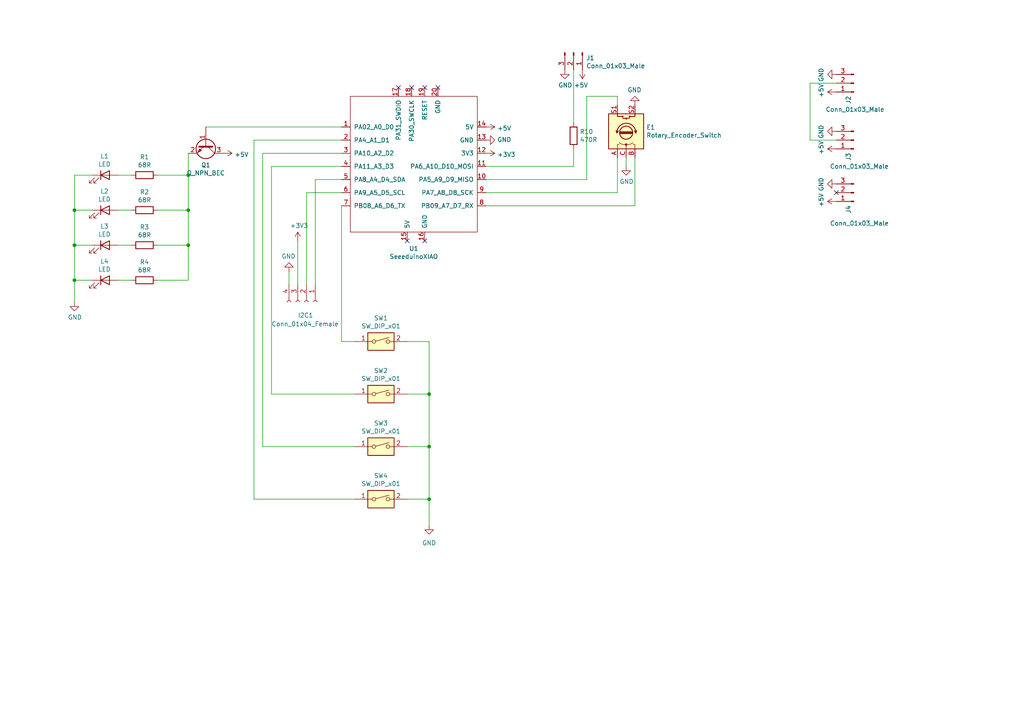
<source format=kicad_sch>
(kicad_sch (version 20211123) (generator eeschema)
  (paper "A4")
  (title_block (title "ANAVI Arrows") (company "ANAVI Technology"))
  (lib_symbols
    (symbol "Connector:Conn_01x03_Male" (pin_names (offset 1.016) hide)
      (property "Reference" "J" (at 0 5.08 0))
      (property "Value" "Conn_01x03_Male" (at 0 -5.08 0))
      (symbol "Conn_01x03_Male_1_1"
        (polyline (pts (xy 1.27 -2.54) (xy 0.8636 -2.54)) (stroke (width 0.1524)))
        (polyline (pts (xy 1.27 0) (xy 0.8636 0)) (stroke (width 0.1524)))
        (polyline (pts (xy 1.27 2.54) (xy 0.8636 2.54)) (stroke (width 0.1524)))
        (rectangle (start 0.8636 -2.413) (end 0 -2.667) (stroke (width 0.1524)) (fill (type outline)))
        (rectangle (start 0.8636 0.127) (end 0 -0.127) (stroke (width 0.1524)) (fill (type outline)))
        (rectangle (start 0.8636 2.667) (end 0 2.413) (stroke (width 0.1524)) (fill (type outline)))
        (pin passive line (at 5.08 2.54 180) (length 3.81) (name "Pin_1") (number "1"))
        (pin passive line (at 5.08 0 180) (length 3.81) (name "Pin_2") (number "2"))
        (pin passive line (at 5.08 -2.54 180) (length 3.81) (name "Pin_3") (number "3"))
      )
    )
    (symbol "Connector:Conn_01x04_Female" (pin_names (offset 1.016) hide)
      (property "Reference" "J" (at 0 5.08 0))
      (property "Value" "Conn_01x04_Female" (at 0 -7.62 0))
      (symbol "Conn_01x04_Female_1_1"
        (arc (start 0 -4.572) (mid -0.508 -5.08) (end 0 -5.588) (stroke (width 0.1524)))
        (arc (start 0 -2.032) (mid -0.508 -2.54) (end 0 -3.048) (stroke (width 0.1524)))
        (polyline (pts (xy -1.27 -5.08) (xy -0.508 -5.08)) (stroke (width 0.1524)))
        (polyline (pts (xy -1.27 -2.54) (xy -0.508 -2.54)) (stroke (width 0.1524)))
        (polyline (pts (xy -1.27 0) (xy -0.508 0)) (stroke (width 0.1524)))
        (polyline (pts (xy -1.27 2.54) (xy -0.508 2.54)) (stroke (width 0.1524)))
        (arc (start 0 0.508) (mid -0.508 0) (end 0 -0.508) (stroke (width 0.1524)))
        (arc (start 0 3.048) (mid -0.508 2.54) (end 0 2.032) (stroke (width 0.1524)))
        (pin passive line (at -5.08 2.54 0) (length 3.81) (name "Pin_1") (number "1"))
        (pin passive line (at -5.08 0 0) (length 3.81) (name "Pin_2") (number "2"))
        (pin passive line (at -5.08 -2.54 0) (length 3.81) (name "Pin_3") (number "3"))
        (pin passive line (at -5.08 -5.08 0) (length 3.81) (name "Pin_4") (number "4"))
      )
    )
    (symbol "Device:LED" (pin_numbers hide) (pin_names (offset 1.016) hide)
      (property "Reference" "D" (at 0 2.54 0))
      (property "Value" "LED" (at 0 -2.54 0))
      (symbol "LED_0_1"
        (polyline (pts (xy -1.27 -1.27) (xy -1.27 1.27)) (stroke (width 0.254)))
        (polyline (pts (xy -1.27 0) (xy 1.27 0)))
        (polyline (pts (xy 1.27 -1.27) (xy 1.27 1.27) (xy -1.27 0) (xy 1.27 -1.27)) (stroke (width 0.254)))
        (polyline (pts (xy -3.048 -0.762) (xy -4.572 -2.286) (xy -3.81 -2.286) (xy -4.572 -2.286) (xy -4.572 -1.524)))
        (polyline (pts (xy -1.778 -0.762) (xy -3.302 -2.286) (xy -2.54 -2.286) (xy -3.302 -2.286) (xy -3.302 -1.524)))
      )
      (symbol "LED_1_1"
        (pin passive line (at -3.81 0 0) (length 2.54) (name "K") (number "1"))
        (pin passive line (at 3.81 0 180) (length 2.54) (name "A") (number "2"))
      )
    )
    (symbol "Device:Q_NPN_BEC" (pin_names (offset 0) hide)
      (property "Reference" "Q" (at 5.08 1.27 0))
      (property "Value" "Q_NPN_BEC" (at 5.08 -1.27 0))
      (symbol "Q_NPN_BEC_0_1"
        (polyline (pts (xy 0.635 0.635) (xy 2.54 2.54)))
        (polyline (pts (xy 0.635 -0.635) (xy 2.54 -2.54) (xy 2.54 -2.54)))
        (polyline (pts (xy 0.635 1.905) (xy 0.635 -1.905) (xy 0.635 -1.905)) (stroke (width 0.508)))
        (polyline (pts (xy 1.27 -1.778) (xy 1.778 -1.27) (xy 2.286 -2.286) (xy 1.27 -1.778) (xy 1.27 -1.778)) (fill (type outline)))
        (circle (center 1.27 0) (radius 2.8194) (stroke (width 0.254)))
      )
      (symbol "Q_NPN_BEC_1_1"
        (pin input line (at -5.08 0 0) (length 5.715) (name "B") (number "1"))
        (pin passive line (at 2.54 -5.08 90) (length 2.54) (name "E") (number "2"))
        (pin passive line (at 2.54 5.08 270) (length 2.54) (name "C") (number "3"))
      )
    )
    (symbol "Device:R" (pin_numbers hide) (pin_names (offset 0))
      (property "Reference" "R" (at 2.032 0 90))
      (property "Value" "R" (at 0 0 90))
      (symbol "R_0_1"
        (rectangle (start -1.016 -2.54) (end 1.016 2.54) (stroke (width 0.254)))
      )
      (symbol "R_1_1"
        (pin passive line (at 0 3.81 270) (length 1.27) (name "~") (number "1"))
        (pin passive line (at 0 -3.81 90) (length 1.27) (name "~") (number "2"))
      )
    )
    (symbol "Device:Rotary_Encoder_Switch" (pin_names (offset 0.254) hide)
      (property "Reference" "SW" (at 0 6.604 0))
      (property "Value" "Device_Rotary_Encoder_Switch" (at 0 -6.604 0))
      (symbol "Rotary_Encoder_Switch_0_1"
        (rectangle (start -5.08 5.08) (end 5.08 -5.08) (stroke (width 0.254)) (fill (type background)))
        (circle (center -3.81 0) (radius 0.254) (fill (type outline)))
        (arc (start -0.381 -2.794) (mid 2.3622 -0.0635) (end -0.381 2.667) (stroke (width 0.254)))
        (circle (center -0.381 0) (radius 1.905) (stroke (width 0.254)))
        (polyline (pts (xy -0.635 -1.778) (xy -0.635 1.778)) (stroke (width 0.254)))
        (polyline (pts (xy -0.381 -1.778) (xy -0.381 1.778)) (stroke (width 0.254)))
        (polyline (pts (xy -0.127 1.778) (xy -0.127 -1.778)) (stroke (width 0.254)))
        (polyline (pts (xy 3.81 0) (xy 3.429 0)) (stroke (width 0.254)))
        (polyline (pts (xy 3.81 1.016) (xy 3.81 -1.016)) (stroke (width 0.254)))
        (polyline (pts (xy -5.08 -2.54) (xy -3.81 -2.54) (xy -3.81 -2.032)))
        (polyline (pts (xy -5.08 2.54) (xy -3.81 2.54) (xy -3.81 2.032)))
        (polyline (pts (xy 0.254 -3.048) (xy -0.508 -2.794) (xy 0.127 -2.413)) (stroke (width 0.254)))
        (polyline (pts (xy 0.254 2.921) (xy -0.508 2.667) (xy 0.127 2.286)) (stroke (width 0.254)))
        (polyline (pts (xy 5.08 -2.54) (xy 4.318 -2.54) (xy 4.318 -1.016)) (stroke (width 0.254)))
        (polyline (pts (xy 5.08 2.54) (xy 4.318 2.54) (xy 4.318 1.016)) (stroke (width 0.254)))
        (polyline (pts (xy -5.08 0) (xy -3.81 0) (xy -3.81 -1.016) (xy -3.302 -2.032)))
        (polyline (pts (xy -4.318 0) (xy -3.81 0) (xy -3.81 1.016) (xy -3.302 2.032)))
        (circle (center 4.318 -1.016) (radius 0.127) (stroke (width 0.254)))
        (circle (center 4.318 1.016) (radius 0.127) (stroke (width 0.254)))
      )
      (symbol "Rotary_Encoder_Switch_1_1"
        (pin passive line (at -7.62 2.54 0) (length 2.54) (name "A") (number "A"))
        (pin passive line (at -7.62 -2.54 0) (length 2.54) (name "B") (number "B"))
        (pin passive line (at -7.62 0 0) (length 2.54) (name "C") (number "C"))
        (pin passive line (at 7.62 2.54 180) (length 2.54) (name "S1") (number "S1"))
        (pin passive line (at 7.62 -2.54 180) (length 2.54) (name "S2") (number "S2"))
      )
    )
    (symbol "Seeeduino_XIAO:SeeeduinoXIAO" (pin_names (offset 1.016))
      (property "Reference" "U" (at -19.05 22.86 0))
      (property "Value" "SeeeduinoXIAO" (at -12.7 21.59 0))
      (symbol "SeeeduinoXIAO_0_1"
        (rectangle (start -19.05 20.32) (end 17.78 -19.05))
      )
      (symbol "SeeeduinoXIAO_1_1"
        (pin unspecified line (at -21.59 11.43 0) (length 2.54) (name "PA02_A0_D0") (number "1"))
        (pin unspecified line (at 20.32 -3.81 180) (length 2.54) (name "PA5_A9_D9_MISO") (number "10"))
        (pin unspecified line (at 20.32 0 180) (length 2.54) (name "PA6_A10_D10_MOSI") (number "11"))
        (pin unspecified line (at 20.32 3.81 180) (length 2.54) (name "3V3") (number "12"))
        (pin unspecified line (at 20.32 7.62 180) (length 2.54) (name "GND") (number "13"))
        (pin unspecified line (at 20.32 11.43 180) (length 2.54) (name "5V") (number "14"))
        (pin input line (at -2.54 -21.59 90) (length 2.54) (name "5V") (number "15"))
        (pin input line (at 2.54 -21.59 90) (length 2.54) (name "GND") (number "16"))
        (pin input line (at -5.08 22.86 270) (length 2.54) (name "PA31_SWDIO") (number "17"))
        (pin input line (at -1.27 22.86 270) (length 2.54) (name "PA30_SWCLK") (number "18"))
        (pin input line (at 2.54 22.86 270) (length 2.54) (name "RESET") (number "19"))
        (pin unspecified line (at -21.59 7.62 0) (length 2.54) (name "PA4_A1_D1") (number "2"))
        (pin input line (at 6.35 22.86 270) (length 2.54) (name "GND") (number "20"))
        (pin unspecified line (at -21.59 3.81 0) (length 2.54) (name "PA10_A2_D2") (number "3"))
        (pin unspecified line (at -21.59 0 0) (length 2.54) (name "PA11_A3_D3") (number "4"))
        (pin unspecified line (at -21.59 -3.81 0) (length 2.54) (name "PA8_A4_D4_SDA") (number "5"))
        (pin unspecified line (at -21.59 -7.62 0) (length 2.54) (name "PA9_A5_D5_SCL") (number "6"))
        (pin unspecified line (at -21.59 -11.43 0) (length 2.54) (name "PB08_A6_D6_TX") (number "7"))
        (pin unspecified line (at 20.32 -11.43 180) (length 2.54) (name "PB09_A7_D7_RX") (number "8"))
        (pin unspecified line (at 20.32 -7.62 180) (length 2.54) (name "PA7_A8_D8_SCK") (number "9"))
      )
    )
    (symbol "Switch:SW_DIP_x01" (pin_names (offset 0) hide)
      (property "Reference" "SW" (at 0 3.81 0))
      (property "Value" "SW_DIP_x01" (at 0 -3.81 0))
      (symbol "SW_DIP_x01_0_0"
        (circle (center -2.032 0) (radius 0.508))
        (polyline (pts (xy -1.524 0.127) (xy 2.3622 1.1684)))
        (circle (center 2.032 0) (radius 0.508))
      )
      (symbol "SW_DIP_x01_0_1"
        (rectangle (start -3.81 2.54) (end 3.81 -2.54) (stroke (width 0.254)) (fill (type background)))
      )
      (symbol "SW_DIP_x01_1_1"
        (pin passive line (at -7.62 0 0) (length 5.08) (name "~") (number "1"))
        (pin passive line (at 7.62 0 180) (length 5.08) (name "~") (number "2"))
      )
    )
    (symbol "power:+3.3V" (power) (pin_names (offset 0))
      (property "Value" "+3.3V" (at 0 3.556 0))
      (symbol "+3.3V_0_1"
        (polyline (pts (xy -0.762 1.27) (xy 0 2.54)))
        (polyline (pts (xy 0 0) (xy 0 2.54)))
        (polyline (pts (xy 0 2.54) (xy 0.762 1.27)))
      )
      (symbol "+3.3V_1_1"
        (pin power_in line (at 0 0 90) (length 0) hide (name "+3V3") (number "1"))
      )
    )
    (symbol "power:+5V" (power) (pin_names (offset 0))
      (property "Value" "+5V" (at 0 3.556 0))
      (symbol "+5V_0_1"
        (polyline (pts (xy -0.762 1.27) (xy 0 2.54)))
        (polyline (pts (xy 0 0) (xy 0 2.54)))
        (polyline (pts (xy 0 2.54) (xy 0.762 1.27)))
      )
      (symbol "+5V_1_1"
        (pin power_in line (at 0 0 90) (length 0) hide (name "+5V") (number "1"))
      )
    )
    (symbol "power:GND" (power) (pin_names (offset 0))
      (property "Value" "GND" (at 0 -3.81 0))
      (symbol "GND_0_1"
        (polyline (pts (xy 0 0) (xy 0 -1.27) (xy 1.27 -1.27) (xy 0 -2.54) (xy -1.27 -1.27) (xy 0 -1.27)))
      )
      (symbol "GND_1_1"
        (pin power_in line (at 0 0 270) (length 0) hide (name "GND") (number "1"))
      )
    )
  )
  (junction (at 124.46 114.3))
  (junction (at 54.61 60.96))
  (junction (at 124.46 144.78))
  (junction (at 54.61 50.8))
  (junction (at 54.61 71.12))
  (junction (at 124.46 129.54))
  (junction (at 21.59 81.28))
  (junction (at 21.59 60.96))
  (junction (at 21.59 71.12))
  (no_connect (at 118.11 69.85))
  (no_connect (at 123.19 25.4))
  (no_connect (at 119.38 25.4))
  (no_connect (at 115.57 25.4))
  (no_connect (at 242.57 55.88))
  (no_connect (at 123.19 69.85))
  (no_connect (at 127 25.4))
  (wire (pts (xy 124.46 114.3) (xy 124.46 129.54)))
  (wire (pts (xy 73.66 40.64) (xy 73.66 144.78)))
  (wire (pts (xy 99.06 48.26) (xy 78.74 48.26)))
  (wire (pts (xy 124.46 144.78) (xy 124.46 152.4)))
  (wire (pts (xy 234.95 40.64) (xy 242.57 40.64)))
  (wire (pts (xy 99.06 59.69) (xy 99.06 99.06)))
  (wire (pts (xy 45.72 50.8) (xy 54.61 50.8)))
  (wire (pts (xy 179.07 55.88) (xy 179.07 45.72)))
  (wire (pts (xy 45.72 71.12) (xy 54.61 71.12)))
  (wire (pts (xy 26.67 60.96) (xy 21.59 60.96)))
  (wire (pts (xy 118.11 129.54) (xy 124.46 129.54)))
  (wire (pts (xy 45.72 81.28) (xy 54.61 81.28)))
  (wire (pts (xy 124.46 99.06) (xy 124.46 114.3)))
  (wire (pts (xy 21.59 50.8) (xy 21.59 60.96)))
  (wire (pts (xy 76.2 44.45) (xy 76.2 129.54)))
  (wire (pts (xy 91.44 52.07) (xy 99.06 52.07)))
  (wire (pts (xy 78.74 48.26) (xy 78.74 114.3)))
  (wire (pts (xy 78.74 114.3) (xy 102.87 114.3)))
  (wire (pts (xy 45.72 60.96) (xy 54.61 60.96)))
  (wire (pts (xy 99.06 44.45) (xy 76.2 44.45)))
  (wire (pts (xy 76.2 129.54) (xy 102.87 129.54)))
  (wire (pts (xy 91.44 52.07) (xy 91.44 82.55)))
  (wire (pts (xy 234.95 24.13) (xy 234.95 40.64)))
  (wire (pts (xy 118.11 99.06) (xy 124.46 99.06)))
  (wire (pts (xy 124.46 129.54) (xy 124.46 144.78)))
  (wire (pts (xy 99.06 40.64) (xy 73.66 40.64)))
  (wire (pts (xy 140.97 48.26) (xy 166.37 48.26)))
  (wire (pts (xy 86.36 82.55) (xy 86.36 69.85)))
  (wire (pts (xy 166.37 20.32) (xy 166.37 35.56)))
  (wire (pts (xy 181.61 45.72) (xy 181.61 48.26)))
  (wire (pts (xy 21.59 71.12) (xy 21.59 81.28)))
  (wire (pts (xy 170.18 27.94) (xy 179.07 27.94)))
  (wire (pts (xy 140.97 52.07) (xy 170.18 52.07)))
  (wire (pts (xy 166.37 48.26) (xy 166.37 43.18)))
  (wire (pts (xy 118.11 114.3) (xy 124.46 114.3)))
  (wire (pts (xy 88.9 55.88) (xy 99.06 55.88)))
  (wire (pts (xy 54.61 71.12) (xy 54.61 81.28)))
  (wire (pts (xy 54.61 50.8) (xy 54.61 60.96)))
  (wire (pts (xy 83.82 82.55) (xy 83.82 78.74)))
  (wire (pts (xy 242.57 24.13) (xy 234.95 24.13)))
  (wire (pts (xy 140.97 55.88) (xy 179.07 55.88)))
  (wire (pts (xy 179.07 27.94) (xy 179.07 30.48)))
  (wire (pts (xy 88.9 55.88) (xy 88.9 82.55)))
  (wire (pts (xy 99.06 99.06) (xy 102.87 99.06)))
  (wire (pts (xy 34.29 81.28) (xy 38.1 81.28)))
  (wire (pts (xy 99.06 36.83) (xy 59.69 36.83)))
  (wire (pts (xy 21.59 60.96) (xy 21.59 71.12)))
  (wire (pts (xy 184.15 59.69) (xy 184.15 45.72)))
  (wire (pts (xy 73.66 144.78) (xy 102.87 144.78)))
  (wire (pts (xy 34.29 50.8) (xy 38.1 50.8)))
  (wire (pts (xy 26.67 71.12) (xy 21.59 71.12)))
  (wire (pts (xy 118.11 144.78) (xy 124.46 144.78)))
  (wire (pts (xy 170.18 52.07) (xy 170.18 27.94)))
  (wire (pts (xy 54.61 44.45) (xy 54.61 50.8)))
  (wire (pts (xy 26.67 81.28) (xy 21.59 81.28)))
  (wire (pts (xy 38.1 71.12) (xy 34.29 71.12)))
  (wire (pts (xy 26.67 50.8) (xy 21.59 50.8)))
  (wire (pts (xy 34.29 60.96) (xy 38.1 60.96)))
  (wire (pts (xy 54.61 60.96) (xy 54.61 71.12)))
  (wire (pts (xy 21.59 81.28) (xy 21.59 87.63)))
  (wire (pts (xy 140.97 59.69) (xy 184.15 59.69)))
  (symbol (lib_id "Seeeduino_XIAO:SeeeduinoXIAO") (at 120.65 48.26 0) (unit 1)
    (property "Reference" "U1" (at 120.015 72.1106 0))
    (property "Value" "SeeeduinoXIAO" (at 120.015 74.422 0))
    (property "Footprint" "xiao:Seeeduino XIAO-MOUDLE14P-2.54-21X17.8MM" (effects hide))
  )
  (symbol (lib_id "Device:Rotary_Encoder_Switch") (at 181.61 38.1 90) (unit 1)
    (property "Reference" "E1" (at 187.452 36.9316 90) (effects (justify right)))
    (property "Value" "Rotary_Encoder_Switch" (at 187.452 39.243 90) (effects (justify right)))
    (property "Footprint" "Rotary_Encoder:RotaryEncoder_Alps_EC11E-Switch_Vertical_H20mm" (effects hide))
  )
  (symbol (lib_id "power:GND") (at 140.97 40.64 90) (unit 1)
    (property "Reference" "#PWR0103" (effects hide))
    (property "Value" "GND" (at 144.2212 40.513 90) (effects (justify right)))
  )
  (symbol (lib_id "power:+3.3V") (at 140.97 44.45 270) (unit 1)
    (property "Reference" "#PWR0104" (effects hide))
    (property "Value" "+3.3V" (at 144.2212 44.831 90) (effects (justify left)))
  )
  (symbol (lib_id "power:GND") (at 184.15 30.48 180) (unit 1)
    (property "Reference" "#PWR0105" (effects hide))
    (property "Value" "GND" (at 184.023 26.0858 0))
  )
  (symbol (lib_id "power:GND") (at 181.61 48.26 0) (unit 1)
    (property "Reference" "#PWR0108" (effects hide))
    (property "Value" "GND" (at 181.737 52.6542 0))
  )
  (symbol (lib_id "Switch:SW_DIP_x01") (at 110.49 99.06 0) (unit 1)
    (property "Reference" "SW1" (at 110.49 92.2782 0))
    (property "Value" "SW_DIP_x01" (at 110.49 94.5896 0))
    (property "Footprint" "keyswitches:Kailh_socket_MX" (effects hide))
  )
  (symbol (lib_id "Switch:SW_DIP_x01") (at 110.49 114.3 0) (unit 1)
    (property "Reference" "SW2" (at 110.49 107.5182 0))
    (property "Value" "SW_DIP_x01" (at 110.49 109.8296 0))
    (property "Footprint" "keyswitches:Kailh_socket_MX" (effects hide))
  )
  (symbol (lib_id "Switch:SW_DIP_x01") (at 110.49 129.54 0) (unit 1)
    (property "Reference" "SW3" (at 110.49 122.7582 0))
    (property "Value" "SW_DIP_x01" (at 110.49 125.0696 0))
    (property "Footprint" "keyswitches:Kailh_socket_MX" (effects hide))
  )
  (symbol (lib_id "Switch:SW_DIP_x01") (at 110.49 144.78 0) (unit 1)
    (property "Reference" "SW4" (at 110.49 137.9982 0))
    (property "Value" "SW_DIP_x01" (at 110.49 140.3096 0))
    (property "Footprint" "keyswitches:Kailh_socket_MX" (effects hide))
  )
  (symbol (lib_id "Connector:Conn_01x03_Male") (at 166.37 15.24 270) (unit 1)
    (property "Reference" "J1" (at 170.0276 16.8148 90) (effects (justify left)))
    (property "Value" "Conn_01x03_Male" (at 170.0276 19.1262 90) (effects (justify left)))
    (property "Footprint" "led:LedConnector_1x03_P2.54mm" (effects hide))
  )
  (symbol (lib_id "Connector:Conn_01x03_Male") (at 247.65 40.64 180) (unit 1)
    (property "Reference" "J3" (at 246.0752 44.2976 90) (effects (justify left)))
    (property "Value" "Conn_01x03_Male" (at 257.81 48.26 0) (effects (justify left)))
    (property "Footprint" "led:LedConnector_1x03_P2.54mm" (effects hide))
  )
  (symbol (lib_id "Device:Q_NPN_BEC") (at 59.69 41.91 270) (unit 1)
    (property "Reference" "Q1" (at 59.69 47.879 90))
    (property "Value" "Q_NPN_BEC" (at 59.69 50.1904 90))
    (property "Footprint" "Package_TO_SOT_SMD:SOT-23" (effects hide))
  )
  (symbol (lib_id "power:+5V") (at 140.97 36.83 270) (unit 1)
    (property "Reference" "#PWR0101" (effects hide))
    (property "Value" "+5V" (at 144.2212 37.211 90) (effects (justify left)))
  )
  (symbol (lib_id "power:+5V") (at 64.77 44.45 270) (unit 1)
    (property "Reference" "#PWR0102" (effects hide))
    (property "Value" "+5V" (at 68.0212 44.831 90) (effects (justify left)))
  )
  (symbol (lib_id "power:GND") (at 242.57 38.1 270) (unit 1)
    (property "Reference" "#PWR0112" (effects hide))
    (property "Value" "GND" (at 238.1758 38.227 0))
  )
  (symbol (lib_id "power:+5V") (at 242.57 43.18 90) (unit 1)
    (property "Reference" "#PWR0113" (effects hide))
    (property "Value" "+5V" (at 238.1758 42.799 0))
  )
  (symbol (lib_id "Device:R") (at 41.91 50.8 270) (unit 1)
    (property "Reference" "R1" (at 41.91 45.5422 90))
    (property "Value" "68R" (at 41.91 47.8536 90))
    (property "Footprint" "Resistor_SMD:R_0603_1608Metric_Pad0.98x0.95mm_HandSolder" (effects hide))
  )
  (symbol (lib_id "Device:LED") (at 30.48 50.8 0) (unit 1)
    (property "Reference" "L1" (at 30.3022 45.3136 0))
    (property "Value" "LED" (at 30.3022 47.625 0))
    (property "Footprint" "LED_SMD:LED_1206_3216Metric" (effects hide))
  )
  (symbol (lib_id "Device:R") (at 41.91 60.96 270) (unit 1)
    (property "Reference" "R2" (at 41.91 55.7022 90))
    (property "Value" "68R" (at 41.91 58.0136 90))
    (property "Footprint" "Resistor_SMD:R_0603_1608Metric_Pad0.98x0.95mm_HandSolder" (effects hide))
  )
  (symbol (lib_id "Device:LED") (at 30.48 60.96 0) (unit 1)
    (property "Reference" "L2" (at 30.3022 55.4736 0))
    (property "Value" "LED" (at 30.3022 57.785 0))
    (property "Footprint" "LED_SMD:LED_1206_3216Metric" (effects hide))
  )
  (symbol (lib_id "Device:R") (at 41.91 71.12 270) (unit 1)
    (property "Reference" "R3" (at 41.91 65.8622 90))
    (property "Value" "68R" (at 41.91 68.1736 90))
    (property "Footprint" "Resistor_SMD:R_0603_1608Metric_Pad0.98x0.95mm_HandSolder" (effects hide))
  )
  (symbol (lib_id "Device:LED") (at 30.48 71.12 0) (unit 1)
    (property "Reference" "L3" (at 30.3022 65.6336 0))
    (property "Value" "LED" (at 30.3022 67.945 0))
    (property "Footprint" "LED_SMD:LED_1206_3216Metric" (effects hide))
  )
  (symbol (lib_id "Connector:Conn_01x03_Male") (at 247.65 55.88 180) (unit 1)
    (property "Reference" "J4" (at 246.0752 59.5376 90) (effects (justify left)))
    (property "Value" "Conn_01x03_Male" (at 257.81 64.77 0) (effects (justify left)))
    (property "Footprint" "led:LedConnector_1x03_P2.54mm" (effects hide))
  )
  (symbol (lib_id "power:GND") (at 242.57 53.34 270) (unit 1)
    (property "Reference" "#PWR0114" (effects hide))
    (property "Value" "GND" (at 238.1758 53.467 0))
  )
  (symbol (lib_id "power:+5V") (at 242.57 58.42 90) (unit 1)
    (property "Reference" "#PWR0115" (effects hide))
    (property "Value" "+5V" (at 238.1758 58.039 0))
  )
  (symbol (lib_id "Device:R") (at 41.91 81.28 270) (unit 1)
    (property "Reference" "R4" (at 41.91 76.0222 90))
    (property "Value" "68R" (at 41.91 78.3336 90))
    (property "Footprint" "Resistor_SMD:R_0603_1608Metric_Pad0.98x0.95mm_HandSolder" (effects hide))
  )
  (symbol (lib_id "Device:LED") (at 30.48 81.28 0) (unit 1)
    (property "Reference" "L4" (at 30.3022 75.7936 0))
    (property "Value" "LED" (at 30.3022 78.105 0))
    (property "Footprint" "LED_SMD:LED_1206_3216Metric" (effects hide))
  )
  (symbol (lib_id "power:GND") (at 21.59 87.63 0) (unit 1)
    (property "Reference" "#PWR0106" (effects hide))
    (property "Value" "GND" (at 21.717 92.0242 0))
  )
  (symbol (lib_id "power:GND") (at 163.83 20.32 0) (unit 1)
    (property "Reference" "#PWR0107" (effects hide))
    (property "Value" "GND" (at 163.957 24.7142 0))
  )
  (symbol (lib_id "power:+5V") (at 168.91 20.32 180) (unit 1)
    (property "Reference" "#PWR0109" (effects hide))
    (property "Value" "+5V" (at 168.529 24.7142 0))
  )
  (symbol (lib_id "Device:R") (at 166.37 39.37 0) (unit 1)
    (property "Reference" "R10" (at 168.148 38.2016 0) (effects (justify left)))
    (property "Value" "470R" (at 168.148 40.513 0) (effects (justify left)))
    (property "Footprint" "Resistor_SMD:R_0603_1608Metric_Pad0.98x0.95mm_HandSolder" (effects hide))
  )
  (symbol (lib_id "Connector:Conn_01x03_Male") (at 247.65 24.13 180) (unit 1)
    (property "Reference" "J2" (at 246.0752 27.7876 90) (effects (justify left)))
    (property "Value" "Conn_01x03_Male" (at 256.54 31.75 0) (effects (justify left)))
    (property "Footprint" "led:LedConnector_1x03_P2.54mm" (effects hide))
  )
  (symbol (lib_id "power:GND") (at 242.57 21.59 270) (unit 1)
    (property "Reference" "#PWR0110" (effects hide))
    (property "Value" "GND" (at 238.1758 21.717 0))
  )
  (symbol (lib_id "power:+5V") (at 242.57 26.67 90) (unit 1)
    (property "Reference" "#PWR0111" (effects hide))
    (property "Value" "+5V" (at 238.1758 26.289 0))
  )
  (symbol (lib_id "power:GND") (at 83.82 78.74 180) (unit 1)
    (property "Reference" "#PWR0116" (effects hide))
    (property "Value" "GND" (at 83.693 74.3458 0))
  )
  (symbol (lib_id "Connector:Conn_01x04_Female") (at 88.9 87.63 270) (unit 1)
    (property "Reference" "I2C1" (at 86.36 91.44 90) (effects (justify left)))
    (property "Value" "Conn_01x04_Female" (at 78.74 93.98 90) (effects (justify left)))
    (property "Footprint" "Connector_PinHeader_2.54mm:PinHeader_1x04_P2.54mm_Vertical" (effects hide))
  )
  (symbol (lib_id "power:+3.3V") (at 86.36 69.85 0) (unit 1)
    (property "Reference" "#PWR0117" (effects hide))
    (property "Value" "+3.3V" (at 86.741 65.4558 0))
  )
  (symbol (lib_id "power:GND") (at 124.46 152.4 0) (unit 1)
    (property "Reference" "#PWR0118" (effects hide))
    (property "Value" "GND" (at 124.46 157.48 0))
  )
)
</source>
